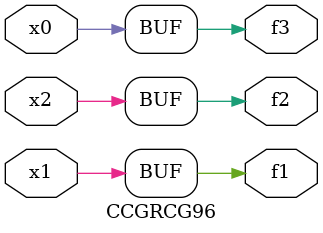
<source format=v>
module CCGRCG96(
	input x0, x1, x2,
	output f1, f2, f3
);
	assign f1 = x1;
	assign f2 = x2;
	assign f3 = x0;
endmodule

</source>
